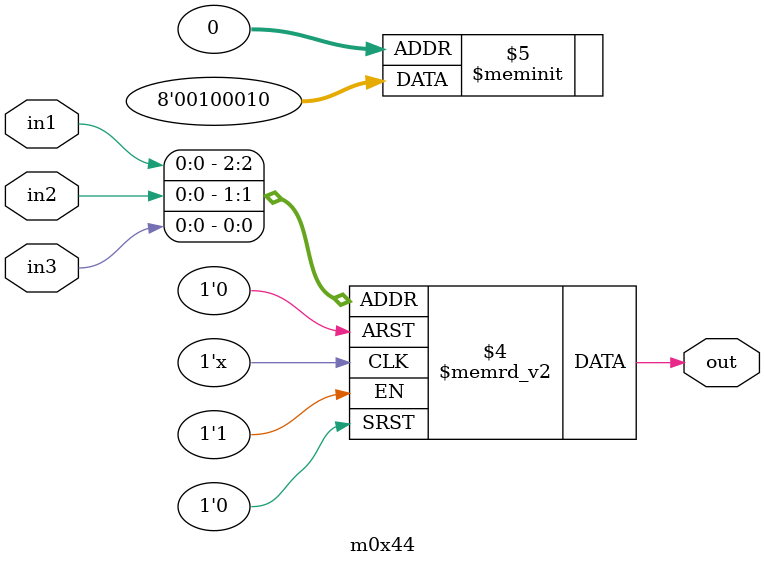
<source format=v>
module m0x44(output out, input in1, in2, in3);

   always @(in1, in2, in3)
     begin
        case({in1, in2, in3})
          3'b000: {out} = 1'b0;
          3'b001: {out} = 1'b1;
          3'b010: {out} = 1'b0;
          3'b011: {out} = 1'b0;
          3'b100: {out} = 1'b0;
          3'b101: {out} = 1'b1;
          3'b110: {out} = 1'b0;
          3'b111: {out} = 1'b0;
        endcase // case ({in1, in2, in3})
     end // always @ (in1, in2, in3)

endmodule // m0x44
</source>
